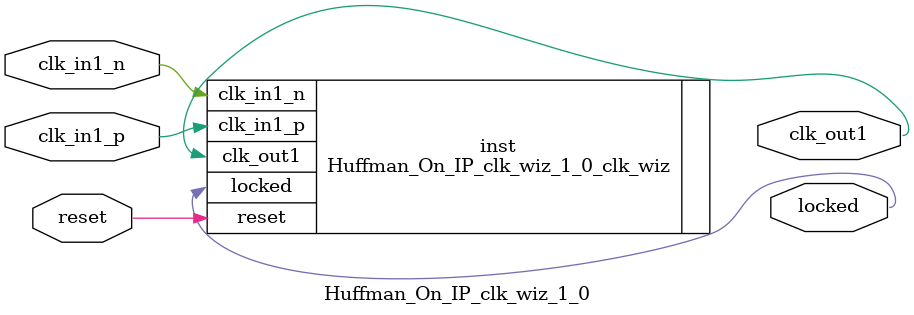
<source format=v>


`timescale 1ps/1ps

(* CORE_GENERATION_INFO = "Huffman_On_IP_clk_wiz_1_0,clk_wiz_v6_0_3_0_0,{component_name=Huffman_On_IP_clk_wiz_1_0,use_phase_alignment=true,use_min_o_jitter=false,use_max_i_jitter=false,use_dyn_phase_shift=false,use_inclk_switchover=false,use_dyn_reconfig=false,enable_axi=0,feedback_source=FDBK_AUTO,PRIMITIVE=MMCM,num_out_clk=1,clkin1_period=10.000,clkin2_period=10.000,use_power_down=false,use_reset=true,use_locked=true,use_inclk_stopped=false,feedback_type=SINGLE,CLOCK_MGR_TYPE=NA,manual_override=false}" *)

module Huffman_On_IP_clk_wiz_1_0 
 (
  // Clock out ports
  output        clk_out1,
  // Status and control signals
  input         reset,
  output        locked,
 // Clock in ports
  input         clk_in1_p,
  input         clk_in1_n
 );

  Huffman_On_IP_clk_wiz_1_0_clk_wiz inst
  (
  // Clock out ports  
  .clk_out1(clk_out1),
  // Status and control signals               
  .reset(reset), 
  .locked(locked),
 // Clock in ports
  .clk_in1_p(clk_in1_p),
  .clk_in1_n(clk_in1_n)
  );

endmodule

</source>
